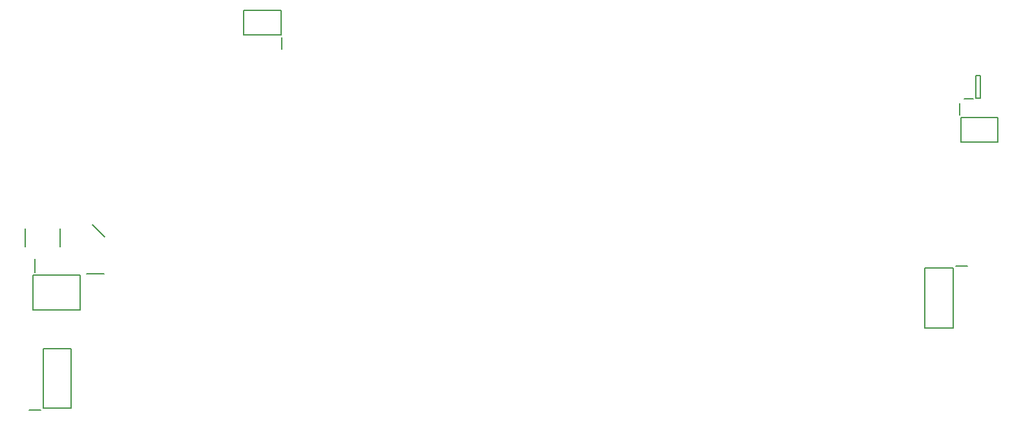
<source format=gbr>
%TF.GenerationSoftware,KiCad,Pcbnew,7.0.2-0*%
%TF.CreationDate,2023-04-25T00:34:15+03:00*%
%TF.ProjectId,PLC-CIM,504c432d-4349-44d2-9e6b-696361645f70,rev?*%
%TF.SameCoordinates,Original*%
%TF.FileFunction,Legend,Bot*%
%TF.FilePolarity,Positive*%
%FSLAX46Y46*%
G04 Gerber Fmt 4.6, Leading zero omitted, Abs format (unit mm)*
G04 Created by KiCad (PCBNEW 7.0.2-0) date 2023-04-25 00:34:15*
%MOMM*%
%LPD*%
G01*
G04 APERTURE LIST*
%ADD10C,0.200000*%
G04 APERTURE END LIST*
D10*
%TO.C,C2*%
X91440000Y-93287200D02*
X91440000Y-95587200D01*
%TO.C,C3*%
X97212800Y-99161600D02*
X94912800Y-99161600D01*
%TO.C,IC45*%
X209884400Y-76226000D02*
X211084400Y-76226000D01*
X211434400Y-76126000D02*
X212034400Y-76126000D01*
X211434400Y-73226000D02*
X211434400Y-76126000D01*
X212034400Y-76126000D02*
X212034400Y-73226000D01*
X212034400Y-73226000D02*
X211434400Y-73226000D01*
%TO.C,IC47*%
X209306800Y-76839800D02*
X209306800Y-78364800D01*
X209436800Y-78714800D02*
X209436800Y-81914800D01*
X214336800Y-78714800D02*
X209436800Y-78714800D01*
X209436800Y-81914800D02*
X214336800Y-81914800D01*
X214336800Y-81914800D02*
X214336800Y-78714800D01*
%TO.C,C4*%
X97333173Y-94335973D02*
X95706827Y-92709627D01*
%TO.C,U2*%
X115482200Y-64650800D02*
X115482200Y-67850800D01*
X120382200Y-64650800D02*
X115482200Y-64650800D01*
X115482200Y-67850800D02*
X120382200Y-67850800D01*
X120382200Y-67850800D02*
X120382200Y-64650800D01*
X120512200Y-69700800D02*
X120512200Y-68200800D01*
%TO.C,C1*%
X86868000Y-93287200D02*
X86868000Y-95587200D01*
%TO.C,IC31*%
X88132800Y-97200800D02*
X88132800Y-99000800D01*
X87882800Y-99350800D02*
X87882800Y-103950800D01*
X94082800Y-99350800D02*
X87882800Y-99350800D01*
X87882800Y-103950800D02*
X94082800Y-103950800D01*
X94082800Y-103950800D02*
X94082800Y-99350800D01*
%TO.C,IC46*%
X210287000Y-98208000D02*
X208812000Y-98208000D01*
X208462000Y-106258000D02*
X208462000Y-98458000D01*
X208462000Y-98458000D02*
X204762000Y-98458000D01*
X204762000Y-106258000D02*
X208462000Y-106258000D01*
X204762000Y-98458000D02*
X204762000Y-106258000D01*
%TO.C,IC44*%
X87401000Y-117072000D02*
X88876000Y-117072000D01*
X89226000Y-109022000D02*
X89226000Y-116822000D01*
X89226000Y-116822000D02*
X92926000Y-116822000D01*
X92926000Y-109022000D02*
X89226000Y-109022000D01*
X92926000Y-116822000D02*
X92926000Y-109022000D01*
%TD*%
M02*

</source>
